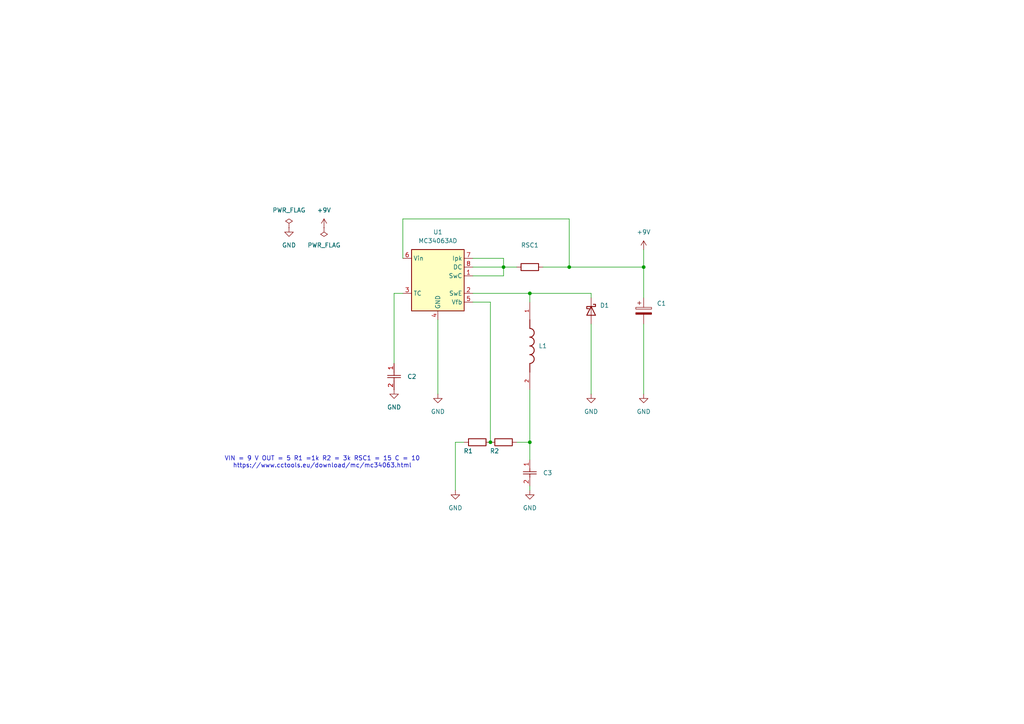
<source format=kicad_sch>
(kicad_sch
	(version 20231120)
	(generator "eeschema")
	(generator_version "8.0")
	(uuid "7a80a1f9-c246-4b00-b84b-9c4e81916e73")
	(paper "A4")
	(lib_symbols
		(symbol "2024-10-05_19-01-14:865080340001"
			(pin_names
				(offset 0.254)
			)
			(exclude_from_sim no)
			(in_bom yes)
			(on_board yes)
			(property "Reference" "C3"
				(at 3.8099 3.81 90)
				(effects
					(font
						(size 1.27 1.27)
					)
					(justify left)
				)
			)
			(property "Value" "10"
				(at 3.81 -0.3809 0)
				(effects
					(font
						(size 1.27 1.27)
					)
					(justify left)
					(hide yes)
				)
			)
			(property "Footprint" "CAP_WCAP-ASLI_04p0X05p5_WRE"
				(at 0 0 0)
				(effects
					(font
						(size 1.27 1.27)
						(italic yes)
					)
					(hide yes)
				)
			)
			(property "Datasheet" "865080340001"
				(at 0 0 0)
				(effects
					(font
						(size 1.27 1.27)
						(italic yes)
					)
					(hide yes)
				)
			)
			(property "Description" "Polarized capacitor"
				(at 0 0 0)
				(effects
					(font
						(size 1.27 1.27)
					)
					(hide yes)
				)
			)
			(property "ki_locked" ""
				(at 0 0 0)
				(effects
					(font
						(size 1.27 1.27)
					)
				)
			)
			(property "ki_keywords" "865080340001"
				(at 0 0 0)
				(effects
					(font
						(size 1.27 1.27)
					)
					(hide yes)
				)
			)
			(property "ki_fp_filters" "CAP_WCAP-ASLI_04p0X05p5_WRE CAP_WCAP-ASLI_04p0X05p5_WRE-M CAP_WCAP-ASLI_04p0X05p5_WRE-L"
				(at 0 0 0)
				(effects
					(font
						(size 1.27 1.27)
					)
					(hide yes)
				)
			)
			(symbol "865080340001_1_1"
				(polyline
					(pts
						(xy 2.54 0) (xy 3.4798 0)
					)
					(stroke
						(width 0.2032)
						(type default)
					)
					(fill
						(type none)
					)
				)
				(polyline
					(pts
						(xy 3.4798 -1.905) (xy 3.4798 1.905)
					)
					(stroke
						(width 0.2032)
						(type default)
					)
					(fill
						(type none)
					)
				)
				(polyline
					(pts
						(xy 4.1148 -1.905) (xy 4.1148 1.905)
					)
					(stroke
						(width 0.2032)
						(type default)
					)
					(fill
						(type none)
					)
				)
				(polyline
					(pts
						(xy 4.1148 0) (xy 5.08 0)
					)
					(stroke
						(width 0.2032)
						(type default)
					)
					(fill
						(type none)
					)
				)
				(pin passive line
					(at 0 0 0)
					(length 2.54)
					(name ""
						(effects
							(font
								(size 1.27 1.27)
							)
						)
					)
					(number "1"
						(effects
							(font
								(size 1.27 1.27)
							)
						)
					)
				)
				(pin passive line
					(at 7.62 0 180)
					(length 2.54)
					(name ""
						(effects
							(font
								(size 1.27 1.27)
							)
						)
					)
					(number "2"
						(effects
							(font
								(size 1.27 1.27)
							)
						)
					)
				)
			)
			(symbol "865080340001_1_2"
				(polyline
					(pts
						(xy -1.905 -4.1148) (xy 1.905 -4.1148)
					)
					(stroke
						(width 0.2032)
						(type default)
					)
					(fill
						(type none)
					)
				)
				(polyline
					(pts
						(xy -1.905 -3.4798) (xy 1.905 -3.4798)
					)
					(stroke
						(width 0.2032)
						(type default)
					)
					(fill
						(type none)
					)
				)
				(polyline
					(pts
						(xy 0 -4.1148) (xy 0 -5.08)
					)
					(stroke
						(width 0.2032)
						(type default)
					)
					(fill
						(type none)
					)
				)
				(polyline
					(pts
						(xy 0 -2.54) (xy 0 -3.4798)
					)
					(stroke
						(width 0.2032)
						(type default)
					)
					(fill
						(type none)
					)
				)
				(pin unspecified line
					(at 0 0 270)
					(length 2.54)
					(name ""
						(effects
							(font
								(size 1.27 1.27)
							)
						)
					)
					(number "1"
						(effects
							(font
								(size 1.27 1.27)
							)
						)
					)
				)
				(pin unspecified line
					(at 0 -7.62 90)
					(length 2.54)
					(name ""
						(effects
							(font
								(size 1.27 1.27)
							)
						)
					)
					(number "2"
						(effects
							(font
								(size 1.27 1.27)
							)
						)
					)
				)
			)
		)
		(symbol "865080340001_1"
			(pin_names
				(offset 0.254)
			)
			(exclude_from_sim no)
			(in_bom yes)
			(on_board yes)
			(property "Reference" "C2"
				(at 3.8099 3.81 90)
				(effects
					(font
						(size 1.27 1.27)
					)
					(justify left)
				)
			)
			(property "Value" "10"
				(at 3.81 -0.3809 0)
				(effects
					(font
						(size 1.27 1.27)
					)
					(justify left)
					(hide yes)
				)
			)
			(property "Footprint" "CAP_WCAP-ASLI_04p0X05p5_WRE"
				(at 0 0 0)
				(effects
					(font
						(size 1.27 1.27)
						(italic yes)
					)
					(hide yes)
				)
			)
			(property "Datasheet" "865080340001"
				(at 0 0 0)
				(effects
					(font
						(size 1.27 1.27)
						(italic yes)
					)
					(hide yes)
				)
			)
			(property "Description" "Polarized capacitor"
				(at 0 0 0)
				(effects
					(font
						(size 1.27 1.27)
					)
					(hide yes)
				)
			)
			(property "ki_locked" ""
				(at 0 0 0)
				(effects
					(font
						(size 1.27 1.27)
					)
				)
			)
			(property "ki_keywords" "865080340001"
				(at 0 0 0)
				(effects
					(font
						(size 1.27 1.27)
					)
					(hide yes)
				)
			)
			(property "ki_fp_filters" "CAP_WCAP-ASLI_04p0X05p5_WRE CAP_WCAP-ASLI_04p0X05p5_WRE-M CAP_WCAP-ASLI_04p0X05p5_WRE-L"
				(at 0 0 0)
				(effects
					(font
						(size 1.27 1.27)
					)
					(hide yes)
				)
			)
			(symbol "865080340001_1_1_1"
				(polyline
					(pts
						(xy 2.54 0) (xy 3.4798 0)
					)
					(stroke
						(width 0.2032)
						(type default)
					)
					(fill
						(type none)
					)
				)
				(polyline
					(pts
						(xy 3.4798 -1.905) (xy 3.4798 1.905)
					)
					(stroke
						(width 0.2032)
						(type default)
					)
					(fill
						(type none)
					)
				)
				(polyline
					(pts
						(xy 4.1148 -1.905) (xy 4.1148 1.905)
					)
					(stroke
						(width 0.2032)
						(type default)
					)
					(fill
						(type none)
					)
				)
				(polyline
					(pts
						(xy 4.1148 0) (xy 5.08 0)
					)
					(stroke
						(width 0.2032)
						(type default)
					)
					(fill
						(type none)
					)
				)
				(pin passive line
					(at 0 0 0)
					(length 2.54)
					(name ""
						(effects
							(font
								(size 1.27 1.27)
							)
						)
					)
					(number "1"
						(effects
							(font
								(size 1.27 1.27)
							)
						)
					)
				)
				(pin passive line
					(at 7.62 0 180)
					(length 2.54)
					(name ""
						(effects
							(font
								(size 1.27 1.27)
							)
						)
					)
					(number "2"
						(effects
							(font
								(size 1.27 1.27)
							)
						)
					)
				)
			)
			(symbol "865080340001_1_1_2"
				(polyline
					(pts
						(xy -1.905 -4.1148) (xy 1.905 -4.1148)
					)
					(stroke
						(width 0.2032)
						(type default)
					)
					(fill
						(type none)
					)
				)
				(polyline
					(pts
						(xy -1.905 -3.4798) (xy 1.905 -3.4798)
					)
					(stroke
						(width 0.2032)
						(type default)
					)
					(fill
						(type none)
					)
				)
				(polyline
					(pts
						(xy 0 -4.1148) (xy 0 -5.08)
					)
					(stroke
						(width 0.2032)
						(type default)
					)
					(fill
						(type none)
					)
				)
				(polyline
					(pts
						(xy 0 -2.54) (xy 0 -3.4798)
					)
					(stroke
						(width 0.2032)
						(type default)
					)
					(fill
						(type none)
					)
				)
				(pin unspecified line
					(at 0 0 270)
					(length 2.54)
					(name ""
						(effects
							(font
								(size 1.27 1.27)
							)
						)
					)
					(number "1"
						(effects
							(font
								(size 1.27 1.27)
							)
						)
					)
				)
				(pin unspecified line
					(at 0 -7.62 90)
					(length 2.54)
					(name ""
						(effects
							(font
								(size 1.27 1.27)
							)
						)
					)
					(number "2"
						(effects
							(font
								(size 1.27 1.27)
							)
						)
					)
				)
			)
		)
		(symbol "Device:C_Polarized"
			(pin_numbers hide)
			(pin_names
				(offset 0.254)
			)
			(exclude_from_sim no)
			(in_bom yes)
			(on_board yes)
			(property "Reference" "C"
				(at 0.635 2.54 0)
				(effects
					(font
						(size 1.27 1.27)
					)
					(justify left)
				)
			)
			(property "Value" "C_Polarized"
				(at 0.635 -2.54 0)
				(effects
					(font
						(size 1.27 1.27)
					)
					(justify left)
				)
			)
			(property "Footprint" ""
				(at 0.9652 -3.81 0)
				(effects
					(font
						(size 1.27 1.27)
					)
					(hide yes)
				)
			)
			(property "Datasheet" "~"
				(at 0 0 0)
				(effects
					(font
						(size 1.27 1.27)
					)
					(hide yes)
				)
			)
			(property "Description" "Polarized capacitor"
				(at 0 0 0)
				(effects
					(font
						(size 1.27 1.27)
					)
					(hide yes)
				)
			)
			(property "ki_keywords" "cap capacitor"
				(at 0 0 0)
				(effects
					(font
						(size 1.27 1.27)
					)
					(hide yes)
				)
			)
			(property "ki_fp_filters" "CP_*"
				(at 0 0 0)
				(effects
					(font
						(size 1.27 1.27)
					)
					(hide yes)
				)
			)
			(symbol "C_Polarized_0_1"
				(rectangle
					(start -2.286 0.508)
					(end 2.286 1.016)
					(stroke
						(width 0)
						(type default)
					)
					(fill
						(type none)
					)
				)
				(polyline
					(pts
						(xy -1.778 2.286) (xy -0.762 2.286)
					)
					(stroke
						(width 0)
						(type default)
					)
					(fill
						(type none)
					)
				)
				(polyline
					(pts
						(xy -1.27 2.794) (xy -1.27 1.778)
					)
					(stroke
						(width 0)
						(type default)
					)
					(fill
						(type none)
					)
				)
				(rectangle
					(start 2.286 -0.508)
					(end -2.286 -1.016)
					(stroke
						(width 0)
						(type default)
					)
					(fill
						(type outline)
					)
				)
			)
			(symbol "C_Polarized_1_1"
				(pin passive line
					(at 0 3.81 270)
					(length 2.794)
					(name "~"
						(effects
							(font
								(size 1.27 1.27)
							)
						)
					)
					(number "1"
						(effects
							(font
								(size 1.27 1.27)
							)
						)
					)
				)
				(pin passive line
					(at 0 -3.81 90)
					(length 2.794)
					(name "~"
						(effects
							(font
								(size 1.27 1.27)
							)
						)
					)
					(number "2"
						(effects
							(font
								(size 1.27 1.27)
							)
						)
					)
				)
			)
		)
		(symbol "Device:R"
			(pin_numbers hide)
			(pin_names
				(offset 0)
			)
			(exclude_from_sim no)
			(in_bom yes)
			(on_board yes)
			(property "Reference" "R"
				(at 2.032 0 90)
				(effects
					(font
						(size 1.27 1.27)
					)
				)
			)
			(property "Value" "R"
				(at 0 0 90)
				(effects
					(font
						(size 1.27 1.27)
					)
				)
			)
			(property "Footprint" ""
				(at -1.778 0 90)
				(effects
					(font
						(size 1.27 1.27)
					)
					(hide yes)
				)
			)
			(property "Datasheet" "~"
				(at 0 0 0)
				(effects
					(font
						(size 1.27 1.27)
					)
					(hide yes)
				)
			)
			(property "Description" "Resistor"
				(at 0 0 0)
				(effects
					(font
						(size 1.27 1.27)
					)
					(hide yes)
				)
			)
			(property "ki_keywords" "R res resistor"
				(at 0 0 0)
				(effects
					(font
						(size 1.27 1.27)
					)
					(hide yes)
				)
			)
			(property "ki_fp_filters" "R_*"
				(at 0 0 0)
				(effects
					(font
						(size 1.27 1.27)
					)
					(hide yes)
				)
			)
			(symbol "R_0_1"
				(rectangle
					(start -1.016 -2.54)
					(end 1.016 2.54)
					(stroke
						(width 0.254)
						(type default)
					)
					(fill
						(type none)
					)
				)
			)
			(symbol "R_1_1"
				(pin passive line
					(at 0 3.81 270)
					(length 1.27)
					(name "~"
						(effects
							(font
								(size 1.27 1.27)
							)
						)
					)
					(number "1"
						(effects
							(font
								(size 1.27 1.27)
							)
						)
					)
				)
				(pin passive line
					(at 0 -3.81 90)
					(length 1.27)
					(name "~"
						(effects
							(font
								(size 1.27 1.27)
							)
						)
					)
					(number "2"
						(effects
							(font
								(size 1.27 1.27)
							)
						)
					)
				)
			)
		)
		(symbol "Diode:1N5818"
			(pin_numbers hide)
			(pin_names
				(offset 1.016) hide)
			(exclude_from_sim no)
			(in_bom yes)
			(on_board yes)
			(property "Reference" "D"
				(at 0 2.54 0)
				(effects
					(font
						(size 1.27 1.27)
					)
				)
			)
			(property "Value" "1N5818"
				(at 0 -2.54 0)
				(effects
					(font
						(size 1.27 1.27)
					)
				)
			)
			(property "Footprint" "Diode_THT:D_DO-41_SOD81_P10.16mm_Horizontal"
				(at 0 -4.445 0)
				(effects
					(font
						(size 1.27 1.27)
					)
					(hide yes)
				)
			)
			(property "Datasheet" "http://www.vishay.com/docs/88525/1n5817.pdf"
				(at 0 0 0)
				(effects
					(font
						(size 1.27 1.27)
					)
					(hide yes)
				)
			)
			(property "Description" "30V 1A Schottky Barrier Rectifier Diode, DO-41"
				(at 0 0 0)
				(effects
					(font
						(size 1.27 1.27)
					)
					(hide yes)
				)
			)
			(property "ki_keywords" "diode Schottky"
				(at 0 0 0)
				(effects
					(font
						(size 1.27 1.27)
					)
					(hide yes)
				)
			)
			(property "ki_fp_filters" "D*DO?41*"
				(at 0 0 0)
				(effects
					(font
						(size 1.27 1.27)
					)
					(hide yes)
				)
			)
			(symbol "1N5818_0_1"
				(polyline
					(pts
						(xy 1.27 0) (xy -1.27 0)
					)
					(stroke
						(width 0)
						(type default)
					)
					(fill
						(type none)
					)
				)
				(polyline
					(pts
						(xy 1.27 1.27) (xy 1.27 -1.27) (xy -1.27 0) (xy 1.27 1.27)
					)
					(stroke
						(width 0.254)
						(type default)
					)
					(fill
						(type none)
					)
				)
				(polyline
					(pts
						(xy -1.905 0.635) (xy -1.905 1.27) (xy -1.27 1.27) (xy -1.27 -1.27) (xy -0.635 -1.27) (xy -0.635 -0.635)
					)
					(stroke
						(width 0.254)
						(type default)
					)
					(fill
						(type none)
					)
				)
			)
			(symbol "1N5818_1_1"
				(pin passive line
					(at -3.81 0 0)
					(length 2.54)
					(name "K"
						(effects
							(font
								(size 1.27 1.27)
							)
						)
					)
					(number "1"
						(effects
							(font
								(size 1.27 1.27)
							)
						)
					)
				)
				(pin passive line
					(at 3.81 0 180)
					(length 2.54)
					(name "A"
						(effects
							(font
								(size 1.27 1.27)
							)
						)
					)
					(number "2"
						(effects
							(font
								(size 1.27 1.27)
							)
						)
					)
				)
			)
		)
		(symbol "ETQP5M101YGC:ETQP5M101YGC"
			(pin_names
				(offset 1.016)
			)
			(exclude_from_sim no)
			(in_bom yes)
			(on_board yes)
			(property "Reference" "L"
				(at -10.16 5.08 0)
				(effects
					(font
						(size 1.27 1.27)
					)
					(justify left bottom)
				)
			)
			(property "Value" "ETQP5M101YGC"
				(at -10.16 -5.08 0)
				(effects
					(font
						(size 1.27 1.27)
					)
					(justify left top)
				)
			)
			(property "Footprint" "ETQP5M101YGC:IND_ETQP5M101YGC"
				(at 0 0 0)
				(effects
					(font
						(size 1.27 1.27)
					)
					(justify bottom)
					(hide yes)
				)
			)
			(property "Datasheet" ""
				(at 0 0 0)
				(effects
					(font
						(size 1.27 1.27)
					)
					(hide yes)
				)
			)
			(property "Description" ""
				(at 0 0 0)
				(effects
					(font
						(size 1.27 1.27)
					)
					(hide yes)
				)
			)
			(property "MF" "Panasonic Electronic"
				(at 0 0 0)
				(effects
					(font
						(size 1.27 1.27)
					)
					(justify bottom)
					(hide yes)
				)
			)
			(property "MAXIMUM_PACKAGE_HEIGHT" "5.0 mm"
				(at 0 0 0)
				(effects
					(font
						(size 1.27 1.27)
					)
					(justify bottom)
					(hide yes)
				)
			)
			(property "Package" "SMD-2 Panasonic"
				(at 0 0 0)
				(effects
					(font
						(size 1.27 1.27)
					)
					(justify bottom)
					(hide yes)
				)
			)
			(property "Price" "None"
				(at 0 0 0)
				(effects
					(font
						(size 1.27 1.27)
					)
					(justify bottom)
					(hide yes)
				)
			)
			(property "Check_prices" "https://www.snapeda.com/parts/ETQP5M101YGC/Panasonic+Electronic+Components/view-part/?ref=eda"
				(at 0 0 0)
				(effects
					(font
						(size 1.27 1.27)
					)
					(justify bottom)
					(hide yes)
				)
			)
			(property "STANDARD" "Manufacturer Recommendations"
				(at 0 0 0)
				(effects
					(font
						(size 1.27 1.27)
					)
					(justify bottom)
					(hide yes)
				)
			)
			(property "PARTREV" "1-Feb-20"
				(at 0 0 0)
				(effects
					(font
						(size 1.27 1.27)
					)
					(justify bottom)
					(hide yes)
				)
			)
			(property "SnapEDA_Link" "https://www.snapeda.com/parts/ETQP5M101YGC/Panasonic+Electronic+Components/view-part/?ref=snap"
				(at 0 0 0)
				(effects
					(font
						(size 1.27 1.27)
					)
					(justify bottom)
					(hide yes)
				)
			)
			(property "MP" "ETQP5M101YGC"
				(at 0 0 0)
				(effects
					(font
						(size 1.27 1.27)
					)
					(justify bottom)
					(hide yes)
				)
			)
			(property "Purchase-URL" "https://www.snapeda.com/api/url_track_click_mouser/?unipart_id=562655&manufacturer=Panasonic Electronic&part_name=ETQP5M101YGC&search_term=sprh127-101m"
				(at 0 0 0)
				(effects
					(font
						(size 1.27 1.27)
					)
					(justify bottom)
					(hide yes)
				)
			)
			(property "Description_1" "\n97 µH Shielded Drum Core, Wirewound Inductor 2.7 A 229mOhm Max 2-SMD, J-Lead\n"
				(at 0 0 0)
				(effects
					(font
						(size 1.27 1.27)
					)
					(justify bottom)
					(hide yes)
				)
			)
			(property "Availability" "In Stock"
				(at 0 0 0)
				(effects
					(font
						(size 1.27 1.27)
					)
					(justify bottom)
					(hide yes)
				)
			)
			(property "MANUFACTURER" "Panasonic"
				(at 0 0 0)
				(effects
					(font
						(size 1.27 1.27)
					)
					(justify bottom)
					(hide yes)
				)
			)
			(symbol "ETQP5M101YGC_0_0"
				(arc
					(start -2.54 0)
					(mid -3.81 1.2645)
					(end -5.08 0)
					(stroke
						(width 0.254)
						(type default)
					)
					(fill
						(type none)
					)
				)
				(arc
					(start 0 0)
					(mid -1.27 1.2645)
					(end -2.54 0)
					(stroke
						(width 0.254)
						(type default)
					)
					(fill
						(type none)
					)
				)
				(polyline
					(pts
						(xy -5.08 0) (xy -7.62 0)
					)
					(stroke
						(width 0.254)
						(type default)
					)
					(fill
						(type none)
					)
				)
				(polyline
					(pts
						(xy 5.08 0) (xy 7.62 0)
					)
					(stroke
						(width 0.254)
						(type default)
					)
					(fill
						(type none)
					)
				)
				(arc
					(start 2.54 0)
					(mid 1.27 1.2645)
					(end 0 0)
					(stroke
						(width 0.254)
						(type default)
					)
					(fill
						(type none)
					)
				)
				(arc
					(start 5.08 0)
					(mid 3.81 1.2645)
					(end 2.54 0)
					(stroke
						(width 0.254)
						(type default)
					)
					(fill
						(type none)
					)
				)
				(pin passive line
					(at -12.7 0 0)
					(length 5.08)
					(name "~"
						(effects
							(font
								(size 1.016 1.016)
							)
						)
					)
					(number "1"
						(effects
							(font
								(size 1.016 1.016)
							)
						)
					)
				)
				(pin passive line
					(at 12.7 0 180)
					(length 5.08)
					(name "~"
						(effects
							(font
								(size 1.016 1.016)
							)
						)
					)
					(number "2"
						(effects
							(font
								(size 1.016 1.016)
							)
						)
					)
				)
			)
		)
		(symbol "Regulator_Switching:MC34063AD"
			(exclude_from_sim no)
			(in_bom yes)
			(on_board yes)
			(property "Reference" "U"
				(at -7.62 8.89 0)
				(effects
					(font
						(size 1.27 1.27)
					)
					(justify left)
				)
			)
			(property "Value" "MC34063AD"
				(at 0 8.89 0)
				(effects
					(font
						(size 1.27 1.27)
					)
					(justify left)
				)
			)
			(property "Footprint" "Package_SO:SOIC-8_3.9x4.9mm_P1.27mm"
				(at 1.27 -11.43 0)
				(effects
					(font
						(size 1.27 1.27)
					)
					(justify left)
					(hide yes)
				)
			)
			(property "Datasheet" "http://www.onsemi.com/pub_link/Collateral/MC34063A-D.PDF"
				(at 12.7 -2.54 0)
				(effects
					(font
						(size 1.27 1.27)
					)
					(hide yes)
				)
			)
			(property "Description" "1.5A, step-up/down/inverting switching regulator, 3-40V Vin, 100kHz, SO-8"
				(at 0 0 0)
				(effects
					(font
						(size 1.27 1.27)
					)
					(hide yes)
				)
			)
			(property "ki_keywords" "smps buck boost inverting"
				(at 0 0 0)
				(effects
					(font
						(size 1.27 1.27)
					)
					(hide yes)
				)
			)
			(property "ki_fp_filters" "SOIC*3.9x4.9mm*P1.27mm*"
				(at 0 0 0)
				(effects
					(font
						(size 1.27 1.27)
					)
					(hide yes)
				)
			)
			(symbol "MC34063AD_0_1"
				(rectangle
					(start -7.62 7.62)
					(end 7.62 -10.16)
					(stroke
						(width 0.254)
						(type default)
					)
					(fill
						(type background)
					)
				)
			)
			(symbol "MC34063AD_1_1"
				(pin open_collector line
					(at 10.16 0 180)
					(length 2.54)
					(name "SwC"
						(effects
							(font
								(size 1.27 1.27)
							)
						)
					)
					(number "1"
						(effects
							(font
								(size 1.27 1.27)
							)
						)
					)
				)
				(pin open_emitter line
					(at 10.16 -5.08 180)
					(length 2.54)
					(name "SwE"
						(effects
							(font
								(size 1.27 1.27)
							)
						)
					)
					(number "2"
						(effects
							(font
								(size 1.27 1.27)
							)
						)
					)
				)
				(pin passive line
					(at -10.16 -5.08 0)
					(length 2.54)
					(name "TC"
						(effects
							(font
								(size 1.27 1.27)
							)
						)
					)
					(number "3"
						(effects
							(font
								(size 1.27 1.27)
							)
						)
					)
				)
				(pin power_in line
					(at 0 -12.7 90)
					(length 2.54)
					(name "GND"
						(effects
							(font
								(size 1.27 1.27)
							)
						)
					)
					(number "4"
						(effects
							(font
								(size 1.27 1.27)
							)
						)
					)
				)
				(pin input line
					(at 10.16 -7.62 180)
					(length 2.54)
					(name "Vfb"
						(effects
							(font
								(size 1.27 1.27)
							)
						)
					)
					(number "5"
						(effects
							(font
								(size 1.27 1.27)
							)
						)
					)
				)
				(pin power_in line
					(at -10.16 5.08 0)
					(length 2.54)
					(name "Vin"
						(effects
							(font
								(size 1.27 1.27)
							)
						)
					)
					(number "6"
						(effects
							(font
								(size 1.27 1.27)
							)
						)
					)
				)
				(pin input line
					(at 10.16 5.08 180)
					(length 2.54)
					(name "Ipk"
						(effects
							(font
								(size 1.27 1.27)
							)
						)
					)
					(number "7"
						(effects
							(font
								(size 1.27 1.27)
							)
						)
					)
				)
				(pin open_collector line
					(at 10.16 2.54 180)
					(length 2.54)
					(name "DC"
						(effects
							(font
								(size 1.27 1.27)
							)
						)
					)
					(number "8"
						(effects
							(font
								(size 1.27 1.27)
							)
						)
					)
				)
			)
		)
		(symbol "power:+9V"
			(power)
			(pin_numbers hide)
			(pin_names
				(offset 0) hide)
			(exclude_from_sim no)
			(in_bom yes)
			(on_board yes)
			(property "Reference" "#PWR"
				(at 0 -3.81 0)
				(effects
					(font
						(size 1.27 1.27)
					)
					(hide yes)
				)
			)
			(property "Value" "+9V"
				(at 0 3.556 0)
				(effects
					(font
						(size 1.27 1.27)
					)
				)
			)
			(property "Footprint" ""
				(at 0 0 0)
				(effects
					(font
						(size 1.27 1.27)
					)
					(hide yes)
				)
			)
			(property "Datasheet" ""
				(at 0 0 0)
				(effects
					(font
						(size 1.27 1.27)
					)
					(hide yes)
				)
			)
			(property "Description" "Power symbol creates a global label with name \"+9V\""
				(at 0 0 0)
				(effects
					(font
						(size 1.27 1.27)
					)
					(hide yes)
				)
			)
			(property "ki_keywords" "global power"
				(at 0 0 0)
				(effects
					(font
						(size 1.27 1.27)
					)
					(hide yes)
				)
			)
			(symbol "+9V_0_1"
				(polyline
					(pts
						(xy -0.762 1.27) (xy 0 2.54)
					)
					(stroke
						(width 0)
						(type default)
					)
					(fill
						(type none)
					)
				)
				(polyline
					(pts
						(xy 0 0) (xy 0 2.54)
					)
					(stroke
						(width 0)
						(type default)
					)
					(fill
						(type none)
					)
				)
				(polyline
					(pts
						(xy 0 2.54) (xy 0.762 1.27)
					)
					(stroke
						(width 0)
						(type default)
					)
					(fill
						(type none)
					)
				)
			)
			(symbol "+9V_1_1"
				(pin power_in line
					(at 0 0 90)
					(length 0)
					(name "~"
						(effects
							(font
								(size 1.27 1.27)
							)
						)
					)
					(number "1"
						(effects
							(font
								(size 1.27 1.27)
							)
						)
					)
				)
			)
		)
		(symbol "power:GND"
			(power)
			(pin_numbers hide)
			(pin_names
				(offset 0) hide)
			(exclude_from_sim no)
			(in_bom yes)
			(on_board yes)
			(property "Reference" "#PWR"
				(at 0 -6.35 0)
				(effects
					(font
						(size 1.27 1.27)
					)
					(hide yes)
				)
			)
			(property "Value" "GND"
				(at 0 -3.81 0)
				(effects
					(font
						(size 1.27 1.27)
					)
				)
			)
			(property "Footprint" ""
				(at 0 0 0)
				(effects
					(font
						(size 1.27 1.27)
					)
					(hide yes)
				)
			)
			(property "Datasheet" ""
				(at 0 0 0)
				(effects
					(font
						(size 1.27 1.27)
					)
					(hide yes)
				)
			)
			(property "Description" "Power symbol creates a global label with name \"GND\" , ground"
				(at 0 0 0)
				(effects
					(font
						(size 1.27 1.27)
					)
					(hide yes)
				)
			)
			(property "ki_keywords" "global power"
				(at 0 0 0)
				(effects
					(font
						(size 1.27 1.27)
					)
					(hide yes)
				)
			)
			(symbol "GND_0_1"
				(polyline
					(pts
						(xy 0 0) (xy 0 -1.27) (xy 1.27 -1.27) (xy 0 -2.54) (xy -1.27 -1.27) (xy 0 -1.27)
					)
					(stroke
						(width 0)
						(type default)
					)
					(fill
						(type none)
					)
				)
			)
			(symbol "GND_1_1"
				(pin power_in line
					(at 0 0 270)
					(length 0)
					(name "~"
						(effects
							(font
								(size 1.27 1.27)
							)
						)
					)
					(number "1"
						(effects
							(font
								(size 1.27 1.27)
							)
						)
					)
				)
			)
		)
		(symbol "power:PWR_FLAG"
			(power)
			(pin_numbers hide)
			(pin_names
				(offset 0) hide)
			(exclude_from_sim no)
			(in_bom yes)
			(on_board yes)
			(property "Reference" "#FLG"
				(at 0 1.905 0)
				(effects
					(font
						(size 1.27 1.27)
					)
					(hide yes)
				)
			)
			(property "Value" "PWR_FLAG"
				(at 0 3.81 0)
				(effects
					(font
						(size 1.27 1.27)
					)
				)
			)
			(property "Footprint" ""
				(at 0 0 0)
				(effects
					(font
						(size 1.27 1.27)
					)
					(hide yes)
				)
			)
			(property "Datasheet" "~"
				(at 0 0 0)
				(effects
					(font
						(size 1.27 1.27)
					)
					(hide yes)
				)
			)
			(property "Description" "Special symbol for telling ERC where power comes from"
				(at 0 0 0)
				(effects
					(font
						(size 1.27 1.27)
					)
					(hide yes)
				)
			)
			(property "ki_keywords" "flag power"
				(at 0 0 0)
				(effects
					(font
						(size 1.27 1.27)
					)
					(hide yes)
				)
			)
			(symbol "PWR_FLAG_0_0"
				(pin power_out line
					(at 0 0 90)
					(length 0)
					(name "~"
						(effects
							(font
								(size 1.27 1.27)
							)
						)
					)
					(number "1"
						(effects
							(font
								(size 1.27 1.27)
							)
						)
					)
				)
			)
			(symbol "PWR_FLAG_0_1"
				(polyline
					(pts
						(xy 0 0) (xy 0 1.27) (xy -1.016 1.905) (xy 0 2.54) (xy 1.016 1.905) (xy 0 1.27)
					)
					(stroke
						(width 0)
						(type default)
					)
					(fill
						(type none)
					)
				)
			)
		)
	)
	(junction
		(at 142.24 128.27)
		(diameter 0)
		(color 0 0 0 0)
		(uuid "2c7cd6cd-b75c-419b-bb7a-9991f23ea3c9")
	)
	(junction
		(at 186.69 77.47)
		(diameter 0)
		(color 0 0 0 0)
		(uuid "68a9887b-6688-4a9d-b4c0-6912e0dcc2ba")
	)
	(junction
		(at 153.67 85.09)
		(diameter 0)
		(color 0 0 0 0)
		(uuid "adb6839f-8746-4d50-bdab-71433bf8619c")
	)
	(junction
		(at 153.67 128.27)
		(diameter 0)
		(color 0 0 0 0)
		(uuid "c13fbace-9137-4faf-a820-9990918211c8")
	)
	(junction
		(at 146.05 77.47)
		(diameter 0)
		(color 0 0 0 0)
		(uuid "c4e52682-d35e-488f-9302-6b0561935a19")
	)
	(junction
		(at 165.1 77.47)
		(diameter 0)
		(color 0 0 0 0)
		(uuid "f14671d4-bfb5-44ac-86b6-31a7c84c4a9d")
	)
	(wire
		(pts
			(xy 116.84 63.5) (xy 165.1 63.5)
		)
		(stroke
			(width 0)
			(type default)
		)
		(uuid "0f08bf43-5fe3-4cd1-86d0-bd7f00a48e50")
	)
	(wire
		(pts
			(xy 127 92.71) (xy 127 114.3)
		)
		(stroke
			(width 0)
			(type default)
		)
		(uuid "15c65e84-8001-4b79-a669-8c7e9da2092a")
	)
	(wire
		(pts
			(xy 171.45 85.09) (xy 171.45 86.36)
		)
		(stroke
			(width 0)
			(type default)
		)
		(uuid "1d597569-17c8-41d1-bc8d-c4e457abfd86")
	)
	(wire
		(pts
			(xy 149.86 128.27) (xy 153.67 128.27)
		)
		(stroke
			(width 0)
			(type default)
		)
		(uuid "28d1e3b2-8ee1-4045-a3b6-4df1db0c1e97")
	)
	(wire
		(pts
			(xy 165.1 63.5) (xy 165.1 77.47)
		)
		(stroke
			(width 0)
			(type default)
		)
		(uuid "31d639bf-2e9e-4745-a1b3-9bb309c8b09b")
	)
	(wire
		(pts
			(xy 146.05 74.93) (xy 146.05 77.47)
		)
		(stroke
			(width 0)
			(type default)
		)
		(uuid "3ddfd219-ca05-4a58-95a6-e37d3e5fcf87")
	)
	(wire
		(pts
			(xy 142.24 87.63) (xy 142.24 128.27)
		)
		(stroke
			(width 0)
			(type default)
		)
		(uuid "3e2cb925-30b9-4807-8f1d-f678e62023ca")
	)
	(wire
		(pts
			(xy 142.24 87.63) (xy 137.16 87.63)
		)
		(stroke
			(width 0)
			(type default)
		)
		(uuid "3fcb974b-0140-41a3-b693-203966017a75")
	)
	(wire
		(pts
			(xy 114.3 105.41) (xy 114.3 85.09)
		)
		(stroke
			(width 0)
			(type default)
		)
		(uuid "40da9474-39a3-43d8-9e47-646e05ec18e0")
	)
	(wire
		(pts
			(xy 146.05 77.47) (xy 146.05 80.01)
		)
		(stroke
			(width 0)
			(type default)
		)
		(uuid "441b6e25-38c3-464d-a4b9-c80002837e6b")
	)
	(wire
		(pts
			(xy 114.3 85.09) (xy 116.84 85.09)
		)
		(stroke
			(width 0)
			(type default)
		)
		(uuid "4beb6c2a-7c9b-4ad3-804e-f28da375456b")
	)
	(wire
		(pts
			(xy 153.67 113.03) (xy 153.67 128.27)
		)
		(stroke
			(width 0)
			(type default)
		)
		(uuid "587527e8-9128-4620-9eb9-543ac1086db1")
	)
	(wire
		(pts
			(xy 132.08 142.24) (xy 132.08 128.27)
		)
		(stroke
			(width 0)
			(type default)
		)
		(uuid "59e457a9-7080-4672-a954-624c4541fc39")
	)
	(wire
		(pts
			(xy 116.84 74.93) (xy 116.84 63.5)
		)
		(stroke
			(width 0)
			(type default)
		)
		(uuid "5b09ab0d-a246-4120-8b6b-3b55423f86c6")
	)
	(wire
		(pts
			(xy 137.16 85.09) (xy 153.67 85.09)
		)
		(stroke
			(width 0)
			(type default)
		)
		(uuid "690d5855-aa28-48bd-9d1c-6d41e7186488")
	)
	(wire
		(pts
			(xy 186.69 77.47) (xy 186.69 86.36)
		)
		(stroke
			(width 0)
			(type default)
		)
		(uuid "69845894-9113-4346-b008-9796c5c9d63d")
	)
	(wire
		(pts
			(xy 146.05 77.47) (xy 149.86 77.47)
		)
		(stroke
			(width 0)
			(type default)
		)
		(uuid "767bab4e-8820-43fc-9715-e13101d26704")
	)
	(wire
		(pts
			(xy 165.1 77.47) (xy 186.69 77.47)
		)
		(stroke
			(width 0)
			(type default)
		)
		(uuid "776ed002-d09e-4daf-a40b-87d4f12effa2")
	)
	(wire
		(pts
			(xy 186.69 72.39) (xy 186.69 77.47)
		)
		(stroke
			(width 0)
			(type default)
		)
		(uuid "a01afa4d-f7f8-4d92-9063-9d75287308f8")
	)
	(wire
		(pts
			(xy 153.67 128.27) (xy 153.67 133.35)
		)
		(stroke
			(width 0)
			(type default)
		)
		(uuid "afea131e-15b3-495d-983f-bcbf4052bc97")
	)
	(wire
		(pts
			(xy 153.67 85.09) (xy 153.67 87.63)
		)
		(stroke
			(width 0)
			(type default)
		)
		(uuid "c1cf9e6e-e352-4e95-a053-f917a7092209")
	)
	(wire
		(pts
			(xy 153.67 85.09) (xy 171.45 85.09)
		)
		(stroke
			(width 0)
			(type default)
		)
		(uuid "d358f034-633f-421d-9a64-6097029e08c5")
	)
	(wire
		(pts
			(xy 171.45 114.3) (xy 171.45 93.98)
		)
		(stroke
			(width 0)
			(type default)
		)
		(uuid "d49c4ea3-d9c5-4433-b9a8-c385805dbc3f")
	)
	(wire
		(pts
			(xy 137.16 77.47) (xy 146.05 77.47)
		)
		(stroke
			(width 0)
			(type default)
		)
		(uuid "d7237b6f-6ba9-44d5-9571-62d7bd5caca7")
	)
	(wire
		(pts
			(xy 137.16 74.93) (xy 146.05 74.93)
		)
		(stroke
			(width 0)
			(type default)
		)
		(uuid "e7351d81-d392-4cb3-a588-64665a3dae04")
	)
	(wire
		(pts
			(xy 132.08 128.27) (xy 134.62 128.27)
		)
		(stroke
			(width 0)
			(type default)
		)
		(uuid "ea04d735-5b02-4ab7-9cf4-5238c7c51ef1")
	)
	(wire
		(pts
			(xy 137.16 80.01) (xy 146.05 80.01)
		)
		(stroke
			(width 0)
			(type default)
		)
		(uuid "f927d051-39eb-4f64-8e2d-cec090029de8")
	)
	(wire
		(pts
			(xy 186.69 93.98) (xy 186.69 114.3)
		)
		(stroke
			(width 0)
			(type default)
		)
		(uuid "fa656f7e-11aa-4f88-bcc4-50c39aad94c5")
	)
	(wire
		(pts
			(xy 153.67 142.24) (xy 153.67 140.97)
		)
		(stroke
			(width 0)
			(type default)
		)
		(uuid "fbb962a3-5fd6-436f-92ae-1c9cd71cbb7c")
	)
	(wire
		(pts
			(xy 157.48 77.47) (xy 165.1 77.47)
		)
		(stroke
			(width 0)
			(type default)
		)
		(uuid "fc8cd8e7-176f-42ce-aec4-b219493d1d79")
	)
	(text "VIN = 9 V OUT = 5 R1 =1k R2 = 3k RSC1 = 15 C = 10\nhttps://www.cctools.eu/download/mc/mc34063.html"
		(exclude_from_sim no)
		(at 93.472 134.112 0)
		(effects
			(font
				(size 1.27 1.27)
			)
		)
		(uuid "60d56201-3867-41c8-b7d7-a2ffb47420fe")
	)
	(symbol
		(lib_id "power:+9V")
		(at 93.98 66.04 0)
		(unit 1)
		(exclude_from_sim no)
		(in_bom yes)
		(on_board yes)
		(dnp no)
		(fields_autoplaced yes)
		(uuid "0cde9fb0-c657-4fa1-b782-b19112b036ba")
		(property "Reference" "#PWR08"
			(at 93.98 69.85 0)
			(effects
				(font
					(size 1.27 1.27)
				)
				(hide yes)
			)
		)
		(property "Value" "+9V"
			(at 93.98 60.96 0)
			(effects
				(font
					(size 1.27 1.27)
				)
			)
		)
		(property "Footprint" ""
			(at 93.98 66.04 0)
			(effects
				(font
					(size 1.27 1.27)
				)
				(hide yes)
			)
		)
		(property "Datasheet" ""
			(at 93.98 66.04 0)
			(effects
				(font
					(size 1.27 1.27)
				)
				(hide yes)
			)
		)
		(property "Description" "Power symbol creates a global label with name \"+9V\""
			(at 93.98 66.04 0)
			(effects
				(font
					(size 1.27 1.27)
				)
				(hide yes)
			)
		)
		(pin "1"
			(uuid "7b86dcf7-b529-44c5-8689-f0a210782183")
		)
		(instances
			(project ""
				(path "/7a80a1f9-c246-4b00-b84b-9c4e81916e73"
					(reference "#PWR08")
					(unit 1)
				)
			)
		)
	)
	(symbol
		(lib_id "power:+9V")
		(at 186.69 72.39 0)
		(unit 1)
		(exclude_from_sim no)
		(in_bom yes)
		(on_board yes)
		(dnp no)
		(fields_autoplaced yes)
		(uuid "0e53f389-bf75-4aae-b53c-7ceb230bd90f")
		(property "Reference" "#PWR07"
			(at 186.69 76.2 0)
			(effects
				(font
					(size 1.27 1.27)
				)
				(hide yes)
			)
		)
		(property "Value" "+9V"
			(at 186.69 67.31 0)
			(effects
				(font
					(size 1.27 1.27)
				)
			)
		)
		(property "Footprint" ""
			(at 186.69 72.39 0)
			(effects
				(font
					(size 1.27 1.27)
				)
				(hide yes)
			)
		)
		(property "Datasheet" ""
			(at 186.69 72.39 0)
			(effects
				(font
					(size 1.27 1.27)
				)
				(hide yes)
			)
		)
		(property "Description" "Power symbol creates a global label with name \"+9V\""
			(at 186.69 72.39 0)
			(effects
				(font
					(size 1.27 1.27)
				)
				(hide yes)
			)
		)
		(pin "1"
			(uuid "7666279a-3b63-4e18-9a12-cbd4810cc1b1")
		)
		(instances
			(project ""
				(path "/7a80a1f9-c246-4b00-b84b-9c4e81916e73"
					(reference "#PWR07")
					(unit 1)
				)
			)
		)
	)
	(symbol
		(lib_id "power:GND")
		(at 171.45 114.3 0)
		(unit 1)
		(exclude_from_sim no)
		(in_bom yes)
		(on_board yes)
		(dnp no)
		(fields_autoplaced yes)
		(uuid "174e8df0-3146-44c3-9c22-5cf64c768a5d")
		(property "Reference" "#PWR02"
			(at 171.45 120.65 0)
			(effects
				(font
					(size 1.27 1.27)
				)
				(hide yes)
			)
		)
		(property "Value" "GND"
			(at 171.45 119.38 0)
			(effects
				(font
					(size 1.27 1.27)
				)
			)
		)
		(property "Footprint" ""
			(at 171.45 114.3 0)
			(effects
				(font
					(size 1.27 1.27)
				)
				(hide yes)
			)
		)
		(property "Datasheet" ""
			(at 171.45 114.3 0)
			(effects
				(font
					(size 1.27 1.27)
				)
				(hide yes)
			)
		)
		(property "Description" "Power symbol creates a global label with name \"GND\" , ground"
			(at 171.45 114.3 0)
			(effects
				(font
					(size 1.27 1.27)
				)
				(hide yes)
			)
		)
		(pin "1"
			(uuid "7af6ee48-f553-46bf-b82c-7fb304271bd5")
		)
		(instances
			(project ""
				(path "/7a80a1f9-c246-4b00-b84b-9c4e81916e73"
					(reference "#PWR02")
					(unit 1)
				)
			)
		)
	)
	(symbol
		(lib_id "power:GND")
		(at 186.69 114.3 0)
		(unit 1)
		(exclude_from_sim no)
		(in_bom yes)
		(on_board yes)
		(dnp no)
		(fields_autoplaced yes)
		(uuid "24037b23-94d2-46b0-87b4-b362c577fabb")
		(property "Reference" "#PWR04"
			(at 186.69 120.65 0)
			(effects
				(font
					(size 1.27 1.27)
				)
				(hide yes)
			)
		)
		(property "Value" "GND"
			(at 186.69 119.38 0)
			(effects
				(font
					(size 1.27 1.27)
				)
			)
		)
		(property "Footprint" ""
			(at 186.69 114.3 0)
			(effects
				(font
					(size 1.27 1.27)
				)
				(hide yes)
			)
		)
		(property "Datasheet" ""
			(at 186.69 114.3 0)
			(effects
				(font
					(size 1.27 1.27)
				)
				(hide yes)
			)
		)
		(property "Description" "Power symbol creates a global label with name \"GND\" , ground"
			(at 186.69 114.3 0)
			(effects
				(font
					(size 1.27 1.27)
				)
				(hide yes)
			)
		)
		(pin "1"
			(uuid "56d1afc7-5ef8-4864-887e-4af2b58c916e")
		)
		(instances
			(project ""
				(path "/7a80a1f9-c246-4b00-b84b-9c4e81916e73"
					(reference "#PWR04")
					(unit 1)
				)
			)
		)
	)
	(symbol
		(lib_id "power:GND")
		(at 83.82 66.04 0)
		(unit 1)
		(exclude_from_sim no)
		(in_bom yes)
		(on_board yes)
		(dnp no)
		(fields_autoplaced yes)
		(uuid "3b6d72fd-68bc-4a0a-bd7b-2f46f3e2bfbd")
		(property "Reference" "#PWR09"
			(at 83.82 72.39 0)
			(effects
				(font
					(size 1.27 1.27)
				)
				(hide yes)
			)
		)
		(property "Value" "GND"
			(at 83.82 71.12 0)
			(effects
				(font
					(size 1.27 1.27)
				)
			)
		)
		(property "Footprint" ""
			(at 83.82 66.04 0)
			(effects
				(font
					(size 1.27 1.27)
				)
				(hide yes)
			)
		)
		(property "Datasheet" ""
			(at 83.82 66.04 0)
			(effects
				(font
					(size 1.27 1.27)
				)
				(hide yes)
			)
		)
		(property "Description" "Power symbol creates a global label with name \"GND\" , ground"
			(at 83.82 66.04 0)
			(effects
				(font
					(size 1.27 1.27)
				)
				(hide yes)
			)
		)
		(pin "1"
			(uuid "c6d075cc-7219-43d3-9b7f-9842d15217f7")
		)
		(instances
			(project ""
				(path "/7a80a1f9-c246-4b00-b84b-9c4e81916e73"
					(reference "#PWR09")
					(unit 1)
				)
			)
		)
	)
	(symbol
		(lib_id "ETQP5M101YGC:ETQP5M101YGC")
		(at 153.67 100.33 270)
		(unit 1)
		(exclude_from_sim no)
		(in_bom yes)
		(on_board yes)
		(dnp no)
		(fields_autoplaced yes)
		(uuid "68d714cf-b71e-4795-bcac-31a1bf5b6388")
		(property "Reference" "L1"
			(at 156.21 100.3299 90)
			(effects
				(font
					(size 1.27 1.27)
				)
				(justify left)
			)
		)
		(property "Value" "100uh"
			(at 152.4001 101.6 0)
			(effects
				(font
					(size 1.27 1.27)
				)
				(justify left)
				(hide yes)
			)
		)
		(property "Footprint" "ETQP5M101YGC:IND_ETQP5M101YGC"
			(at 153.67 100.33 0)
			(effects
				(font
					(size 1.27 1.27)
				)
				(justify bottom)
				(hide yes)
			)
		)
		(property "Datasheet" "https://www.codaca.com/Private/pdf/SPRH127.pdf"
			(at 153.67 100.33 0)
			(effects
				(font
					(size 1.27 1.27)
				)
				(hide yes)
			)
		)
		(property "Description" "Inductor DK SPRH127-101M"
			(at 153.67 100.33 0)
			(effects
				(font
					(size 1.27 1.27)
				)
				(hide yes)
			)
		)
		(property "MF" "Panasonic Electronic"
			(at 153.67 100.33 0)
			(effects
				(font
					(size 1.27 1.27)
				)
				(justify bottom)
				(hide yes)
			)
		)
		(property "MAXIMUM_PACKAGE_HEIGHT" "5.0 mm"
			(at 153.67 100.33 0)
			(effects
				(font
					(size 1.27 1.27)
				)
				(justify bottom)
				(hide yes)
			)
		)
		(property "Package" "SMD-2 Panasonic"
			(at 153.67 100.33 0)
			(effects
				(font
					(size 1.27 1.27)
				)
				(justify bottom)
				(hide yes)
			)
		)
		(property "Price" "None"
			(at 153.67 100.33 0)
			(effects
				(font
					(size 1.27 1.27)
				)
				(justify bottom)
				(hide yes)
			)
		)
		(property "Check_prices" "https://www.snapeda.com/parts/ETQP5M101YGC/Panasonic+Electronic+Components/view-part/?ref=eda"
			(at 153.67 100.33 0)
			(effects
				(font
					(size 1.27 1.27)
				)
				(justify bottom)
				(hide yes)
			)
		)
		(property "STANDARD" "Manufacturer Recommendations"
			(at 153.67 100.33 0)
			(effects
				(font
					(size 1.27 1.27)
				)
				(justify bottom)
				(hide yes)
			)
		)
		(property "PARTREV" "1-Feb-20"
			(at 153.67 100.33 0)
			(effects
				(font
					(size 1.27 1.27)
				)
				(justify bottom)
				(hide yes)
			)
		)
		(property "SnapEDA_Link" "https://www.snapeda.com/parts/ETQP5M101YGC/Panasonic+Electronic+Components/view-part/?ref=snap"
			(at 153.67 100.33 0)
			(effects
				(font
					(size 1.27 1.27)
				)
				(justify bottom)
				(hide yes)
			)
		)
		(property "MP" "ETQP5M101YGC"
			(at 153.67 100.33 0)
			(effects
				(font
					(size 1.27 1.27)
				)
				(justify bottom)
				(hide yes)
			)
		)
		(property "Purchase-URL" "https://www.snapeda.com/api/url_track_click_mouser/?unipart_id=562655&manufacturer=Panasonic Electronic&part_name=ETQP5M101YGC&search_term=sprh127-101m"
			(at 153.67 100.33 0)
			(effects
				(font
					(size 1.27 1.27)
				)
				(justify bottom)
				(hide yes)
			)
		)
		(property "Description_1" "\n97 µH Shielded Drum Core, Wirewound Inductor 2.7 A 229mOhm Max 2-SMD, J-Lead\n"
			(at 153.67 100.33 0)
			(effects
				(font
					(size 1.27 1.27)
				)
				(justify bottom)
				(hide yes)
			)
		)
		(property "Availability" "In Stock"
			(at 153.67 100.33 0)
			(effects
				(font
					(size 1.27 1.27)
				)
				(justify bottom)
				(hide yes)
			)
		)
		(property "MANUFACTURER" "Panasonic"
			(at 153.67 100.33 0)
			(effects
				(font
					(size 1.27 1.27)
				)
				(justify bottom)
				(hide yes)
			)
		)
		(pin "1"
			(uuid "a8e1820a-e070-4094-b187-2db4d7baf4b4")
		)
		(pin "2"
			(uuid "13226007-c068-46c4-843c-d44528b4a27f")
		)
		(instances
			(project ""
				(path "/7a80a1f9-c246-4b00-b84b-9c4e81916e73"
					(reference "L1")
					(unit 1)
				)
			)
		)
	)
	(symbol
		(lib_id "power:GND")
		(at 153.67 142.24 0)
		(unit 1)
		(exclude_from_sim no)
		(in_bom yes)
		(on_board yes)
		(dnp no)
		(fields_autoplaced yes)
		(uuid "6c304c74-0231-4e3d-8486-1e70a0b260c5")
		(property "Reference" "#PWR03"
			(at 153.67 148.59 0)
			(effects
				(font
					(size 1.27 1.27)
				)
				(hide yes)
			)
		)
		(property "Value" "GND"
			(at 153.67 147.32 0)
			(effects
				(font
					(size 1.27 1.27)
				)
			)
		)
		(property "Footprint" ""
			(at 153.67 142.24 0)
			(effects
				(font
					(size 1.27 1.27)
				)
				(hide yes)
			)
		)
		(property "Datasheet" ""
			(at 153.67 142.24 0)
			(effects
				(font
					(size 1.27 1.27)
				)
				(hide yes)
			)
		)
		(property "Description" "Power symbol creates a global label with name \"GND\" , ground"
			(at 153.67 142.24 0)
			(effects
				(font
					(size 1.27 1.27)
				)
				(hide yes)
			)
		)
		(pin "1"
			(uuid "7c54b821-06d8-47bf-aecb-74e44f34a2e0")
		)
		(instances
			(project ""
				(path "/7a80a1f9-c246-4b00-b84b-9c4e81916e73"
					(reference "#PWR03")
					(unit 1)
				)
			)
		)
	)
	(symbol
		(lib_id "2024-10-05_19-01-14:865080340001")
		(at 153.67 133.35 270)
		(unit 1)
		(exclude_from_sim no)
		(in_bom yes)
		(on_board yes)
		(dnp no)
		(fields_autoplaced yes)
		(uuid "a2bfa0e2-08df-4932-8b0a-fe9158756eeb")
		(property "Reference" "C3"
			(at 157.48 137.1599 90)
			(effects
				(font
					(size 1.27 1.27)
				)
				(justify left)
			)
		)
		(property "Value" "10"
			(at 153.2891 137.16 0)
			(effects
				(font
					(size 1.27 1.27)
				)
				(justify left)
				(hide yes)
			)
		)
		(property "Footprint" "CAP_WCAP-ASLI_04p0X05p5_WRE"
			(at 153.67 133.35 0)
			(effects
				(font
					(size 1.27 1.27)
					(italic yes)
				)
				(hide yes)
			)
		)
		(property "Datasheet" "865080340001"
			(at 153.67 133.35 0)
			(effects
				(font
					(size 1.27 1.27)
					(italic yes)
				)
				(hide yes)
			)
		)
		(property "Description" "Polarized capacitor"
			(at 153.67 133.35 0)
			(effects
				(font
					(size 1.27 1.27)
				)
				(hide yes)
			)
		)
		(pin "1"
			(uuid "4069fce8-3ca6-4840-a48a-6a4f8b1a3507")
		)
		(pin "2"
			(uuid "8d01ac75-b14d-423c-9d44-4f024880d6b7")
		)
		(instances
			(project ""
				(path "/7a80a1f9-c246-4b00-b84b-9c4e81916e73"
					(reference "C3")
					(unit 1)
				)
			)
		)
	)
	(symbol
		(lib_id "Device:R")
		(at 146.05 128.27 90)
		(mirror x)
		(unit 1)
		(exclude_from_sim no)
		(in_bom yes)
		(on_board yes)
		(dnp no)
		(uuid "a4c4b1b8-abd5-4a5a-9fbc-10af94964abd")
		(property "Reference" "R2"
			(at 144.7799 130.81 90)
			(effects
				(font
					(size 1.27 1.27)
				)
				(justify left)
			)
		)
		(property "Value" "300"
			(at 147.3199 130.81 0)
			(effects
				(font
					(size 1.27 1.27)
				)
				(justify left)
				(hide yes)
			)
		)
		(property "Footprint" "Capacitor_SMD:C_0603_1608Metric"
			(at 146.05 126.492 90)
			(effects
				(font
					(size 1.27 1.27)
				)
				(hide yes)
			)
		)
		(property "Datasheet" "https://industrial.panasonic.com/cdbs/www-data/pdf/RDM0000/AOA0000C307.pdf"
			(at 146.05 128.27 0)
			(effects
				(font
					(size 1.27 1.27)
				)
				(hide yes)
			)
		)
		(property "Description" "Resistor DK ERA-3AEB302V"
			(at 146.05 128.27 0)
			(effects
				(font
					(size 1.27 1.27)
				)
				(hide yes)
			)
		)
		(pin "2"
			(uuid "ffd50cc5-5519-4d86-bb4c-e0dc88656df6")
		)
		(pin "1"
			(uuid "e0eb8747-8cff-4081-b147-949b12e11528")
		)
		(instances
			(project ""
				(path "/7a80a1f9-c246-4b00-b84b-9c4e81916e73"
					(reference "R2")
					(unit 1)
				)
			)
		)
	)
	(symbol
		(lib_name "865080340001_1")
		(lib_id "2024-10-05_19-01-14:865080340001")
		(at 114.3 105.41 270)
		(unit 1)
		(exclude_from_sim no)
		(in_bom yes)
		(on_board yes)
		(dnp no)
		(fields_autoplaced yes)
		(uuid "a87659cb-a710-482c-85be-7ed48cd7be6d")
		(property "Reference" "C2"
			(at 118.11 109.2199 90)
			(effects
				(font
					(size 1.27 1.27)
				)
				(justify left)
			)
		)
		(property "Value" "10"
			(at 113.9191 109.22 0)
			(effects
				(font
					(size 1.27 1.27)
				)
				(justify left)
				(hide yes)
			)
		)
		(property "Footprint" "CAP_WCAP-ASLI_04p0X05p5_WRE"
			(at 114.3 105.41 0)
			(effects
				(font
					(size 1.27 1.27)
					(italic yes)
				)
				(hide yes)
			)
		)
		(property "Datasheet" "865080340001"
			(at 114.3 105.41 0)
			(effects
				(font
					(size 1.27 1.27)
					(italic yes)
				)
				(hide yes)
			)
		)
		(property "Description" "Polarized capacitor"
			(at 114.3 105.41 0)
			(effects
				(font
					(size 1.27 1.27)
				)
				(hide yes)
			)
		)
		(pin "1"
			(uuid "9d06dfe4-7cd8-4402-b879-82cbef4f31b6")
		)
		(pin "2"
			(uuid "90431684-26b3-4466-8b0a-4c6578efa0b3")
		)
		(instances
			(project ""
				(path "/7a80a1f9-c246-4b00-b84b-9c4e81916e73"
					(reference "C2")
					(unit 1)
				)
			)
		)
	)
	(symbol
		(lib_id "Diode:1N5818")
		(at 171.45 90.17 270)
		(unit 1)
		(exclude_from_sim no)
		(in_bom yes)
		(on_board yes)
		(dnp no)
		(fields_autoplaced yes)
		(uuid "b6b1e903-d370-48d0-b786-9bf71a626554")
		(property "Reference" "D1"
			(at 173.99 88.5824 90)
			(effects
				(font
					(size 1.27 1.27)
				)
				(justify left)
			)
		)
		(property "Value" "1N5818"
			(at 173.99 91.1224 90)
			(effects
				(font
					(size 1.27 1.27)
				)
				(justify left)
				(hide yes)
			)
		)
		(property "Footprint" "Diode_THT:D_DO-41_SOD81_P10.16mm_Horizontal"
			(at 167.005 90.17 0)
			(effects
				(font
					(size 1.27 1.27)
				)
				(hide yes)
			)
		)
		(property "Datasheet" "http://www.vishay.com/docs/88525/1n5817.pdf"
			(at 171.45 90.17 0)
			(effects
				(font
					(size 1.27 1.27)
				)
				(hide yes)
			)
		)
		(property "Description" "30V 1A Schottky Barrier Rectifier Diode, DO-41"
			(at 171.45 90.17 0)
			(effects
				(font
					(size 1.27 1.27)
				)
				(hide yes)
			)
		)
		(pin "1"
			(uuid "ade988f9-73b8-4db2-860e-cfc57fc2f720")
		)
		(pin "2"
			(uuid "1a3d5943-3686-49e9-8f01-aeb94fddb30e")
		)
		(instances
			(project ""
				(path "/7a80a1f9-c246-4b00-b84b-9c4e81916e73"
					(reference "D1")
					(unit 1)
				)
			)
		)
	)
	(symbol
		(lib_id "Regulator_Switching:MC34063AD")
		(at 127 80.01 0)
		(unit 1)
		(exclude_from_sim no)
		(in_bom yes)
		(on_board yes)
		(dnp no)
		(fields_autoplaced yes)
		(uuid "c3237574-7506-41ae-a041-8e52b02c9d64")
		(property "Reference" "U1"
			(at 127 67.31 0)
			(effects
				(font
					(size 1.27 1.27)
				)
			)
		)
		(property "Value" "MC34063AD"
			(at 127 69.85 0)
			(effects
				(font
					(size 1.27 1.27)
				)
			)
		)
		(property "Footprint" "Package_SO:SOIC-8_3.9x4.9mm_P1.27mm"
			(at 128.27 91.44 0)
			(effects
				(font
					(size 1.27 1.27)
				)
				(justify left)
				(hide yes)
			)
		)
		(property "Datasheet" "http://www.onsemi.com/pub_link/Collateral/MC34063A-D.PDF"
			(at 139.7 82.55 0)
			(effects
				(font
					(size 1.27 1.27)
				)
				(hide yes)
			)
		)
		(property "Description" "1.5A, step-up/down/inverting switching regulator, 3-40V Vin, 100kHz, SO-8"
			(at 127 80.01 0)
			(effects
				(font
					(size 1.27 1.27)
				)
				(hide yes)
			)
		)
		(pin "6"
			(uuid "6df3373e-442c-4182-b1e8-706568d436c4")
		)
		(pin "3"
			(uuid "9af36f65-8fee-432f-a070-67d893dd4b4d")
		)
		(pin "5"
			(uuid "f1888e6d-4b54-4c46-8ffc-349dddea159b")
		)
		(pin "4"
			(uuid "40f93874-5e61-448f-8cfc-5d93cf14cce1")
		)
		(pin "1"
			(uuid "02c458d6-39fd-4c04-81af-8e334dce09b6")
		)
		(pin "2"
			(uuid "9f8fb3cd-3a29-4d70-9518-d73ce1e9d2e2")
		)
		(pin "7"
			(uuid "d5cad82e-5789-4705-b548-543f101e5341")
		)
		(pin "8"
			(uuid "8999b312-b334-4112-a67c-013514c6d286")
		)
		(instances
			(project ""
				(path "/7a80a1f9-c246-4b00-b84b-9c4e81916e73"
					(reference "U1")
					(unit 1)
				)
			)
		)
	)
	(symbol
		(lib_id "Device:R")
		(at 138.43 128.27 90)
		(mirror x)
		(unit 1)
		(exclude_from_sim no)
		(in_bom yes)
		(on_board yes)
		(dnp no)
		(uuid "c9cb0e1f-dc09-4db6-af87-4ff4e0461fd9")
		(property "Reference" "R1"
			(at 137.1599 130.81 90)
			(effects
				(font
					(size 1.27 1.27)
				)
				(justify left)
			)
		)
		(property "Value" "1000"
			(at 139.6999 130.81 0)
			(effects
				(font
					(size 1.27 1.27)
				)
				(justify left)
				(hide yes)
			)
		)
		(property "Footprint" "Capacitor_SMD:C_0603_1608Metric"
			(at 138.43 126.492 90)
			(effects
				(font
					(size 1.27 1.27)
				)
				(hide yes)
			)
		)
		(property "Datasheet" "https://www.yageo.com/upload/media/product/products/datasheet/rchip/PYu-RC_Group_51_RoHS_L_12.pdf"
			(at 138.43 128.27 0)
			(effects
				(font
					(size 1.27 1.27)
				)
				(hide yes)
			)
		)
		(property "Description" "Resistor DK RC0603FR-0715RL"
			(at 138.43 128.27 0)
			(effects
				(font
					(size 1.27 1.27)
				)
				(hide yes)
			)
		)
		(pin "1"
			(uuid "6845e8ee-7882-4267-a6d3-83024dba21b1")
		)
		(pin "2"
			(uuid "61acd5b0-870a-4bae-bd78-321763a3d699")
		)
		(instances
			(project ""
				(path "/7a80a1f9-c246-4b00-b84b-9c4e81916e73"
					(reference "R1")
					(unit 1)
				)
			)
		)
	)
	(symbol
		(lib_id "Device:R")
		(at 153.67 77.47 270)
		(unit 1)
		(exclude_from_sim no)
		(in_bom yes)
		(on_board yes)
		(dnp no)
		(uuid "ca40f58a-3e50-4cf7-b652-75b7fa39e0cc")
		(property "Reference" "RSC1"
			(at 153.67 71.12 90)
			(effects
				(font
					(size 1.27 1.27)
				)
			)
		)
		(property "Value" "15"
			(at 153.67 73.66 90)
			(effects
				(font
					(size 1.27 1.27)
				)
				(hide yes)
			)
		)
		(property "Footprint" "Capacitor_SMD:C_0603_1608Metric"
			(at 153.67 75.692 90)
			(effects
				(font
					(size 1.27 1.27)
				)
				(hide yes)
			)
		)
		(property "Datasheet" "https://www.yageo.com/upload/media/product/products/datasheet/rchip/PYu-RC_Group_51_RoHS_L_12.pdf"
			(at 153.67 77.47 0)
			(effects
				(font
					(size 1.27 1.27)
				)
				(hide yes)
			)
		)
		(property "Description" "Resistor DK RC0603FR-0715RL"
			(at 153.67 77.47 0)
			(effects
				(font
					(size 1.27 1.27)
				)
				(hide yes)
			)
		)
		(pin "2"
			(uuid "b6f1bb71-52b8-4888-b936-a68b0d45a59e")
		)
		(pin "1"
			(uuid "0653d633-971f-4d08-954c-bef419449210")
		)
		(instances
			(project ""
				(path "/7a80a1f9-c246-4b00-b84b-9c4e81916e73"
					(reference "RSC1")
					(unit 1)
				)
			)
		)
	)
	(symbol
		(lib_id "Device:C_Polarized")
		(at 186.69 90.17 0)
		(unit 1)
		(exclude_from_sim no)
		(in_bom yes)
		(on_board yes)
		(dnp no)
		(fields_autoplaced yes)
		(uuid "e3b0317c-191e-476e-831d-6de2ec4d74b1")
		(property "Reference" "C1"
			(at 190.5 88.0109 0)
			(effects
				(font
					(size 1.27 1.27)
				)
				(justify left)
			)
		)
		(property "Value" "10"
			(at 190.5 90.5509 0)
			(effects
				(font
					(size 1.27 1.27)
				)
				(justify left)
				(hide yes)
			)
		)
		(property "Footprint" "CAP_WCAP-ASLI_04p0X05p5_WRE"
			(at 187.6552 93.98 0)
			(effects
				(font
					(size 1.27 1.27)
				)
				(hide yes)
			)
		)
		(property "Datasheet" "865080340001"
			(at 186.69 90.17 0)
			(effects
				(font
					(size 1.27 1.27)
				)
				(hide yes)
			)
		)
		(property "Description" "Polarized capacitor"
			(at 186.69 90.17 0)
			(effects
				(font
					(size 1.27 1.27)
				)
				(hide yes)
			)
		)
		(pin "2"
			(uuid "68328847-acb9-42b6-a640-c749a9eee324")
		)
		(pin "1"
			(uuid "903f79f1-0965-4ae8-be2f-52c6f1ced1e4")
		)
		(instances
			(project ""
				(path "/7a80a1f9-c246-4b00-b84b-9c4e81916e73"
					(reference "C1")
					(unit 1)
				)
			)
		)
	)
	(symbol
		(lib_id "power:GND")
		(at 127 114.3 0)
		(unit 1)
		(exclude_from_sim no)
		(in_bom yes)
		(on_board yes)
		(dnp no)
		(fields_autoplaced yes)
		(uuid "e733f7ca-2563-4144-8a33-86d44723a180")
		(property "Reference" "#PWR01"
			(at 127 120.65 0)
			(effects
				(font
					(size 1.27 1.27)
				)
				(hide yes)
			)
		)
		(property "Value" "GND"
			(at 127 119.38 0)
			(effects
				(font
					(size 1.27 1.27)
				)
			)
		)
		(property "Footprint" ""
			(at 127 114.3 0)
			(effects
				(font
					(size 1.27 1.27)
				)
				(hide yes)
			)
		)
		(property "Datasheet" ""
			(at 127 114.3 0)
			(effects
				(font
					(size 1.27 1.27)
				)
				(hide yes)
			)
		)
		(property "Description" "Power symbol creates a global label with name \"GND\" , ground"
			(at 127 114.3 0)
			(effects
				(font
					(size 1.27 1.27)
				)
				(hide yes)
			)
		)
		(pin "1"
			(uuid "b27ee39e-d5f6-4b84-a586-87ebf40bf2ca")
		)
		(instances
			(project ""
				(path "/7a80a1f9-c246-4b00-b84b-9c4e81916e73"
					(reference "#PWR01")
					(unit 1)
				)
			)
		)
	)
	(symbol
		(lib_id "power:GND")
		(at 132.08 142.24 0)
		(unit 1)
		(exclude_from_sim no)
		(in_bom yes)
		(on_board yes)
		(dnp no)
		(fields_autoplaced yes)
		(uuid "ef7f9d3c-0199-4556-b3ea-d1d785ad0b4c")
		(property "Reference" "#PWR06"
			(at 132.08 148.59 0)
			(effects
				(font
					(size 1.27 1.27)
				)
				(hide yes)
			)
		)
		(property "Value" "GND"
			(at 132.08 147.32 0)
			(effects
				(font
					(size 1.27 1.27)
				)
			)
		)
		(property "Footprint" ""
			(at 132.08 142.24 0)
			(effects
				(font
					(size 1.27 1.27)
				)
				(hide yes)
			)
		)
		(property "Datasheet" ""
			(at 132.08 142.24 0)
			(effects
				(font
					(size 1.27 1.27)
				)
				(hide yes)
			)
		)
		(property "Description" "Power symbol creates a global label with name \"GND\" , ground"
			(at 132.08 142.24 0)
			(effects
				(font
					(size 1.27 1.27)
				)
				(hide yes)
			)
		)
		(pin "1"
			(uuid "bd6bd0fb-1d0f-45c7-89ba-42d7ece37d81")
		)
		(instances
			(project ""
				(path "/7a80a1f9-c246-4b00-b84b-9c4e81916e73"
					(reference "#PWR06")
					(unit 1)
				)
			)
		)
	)
	(symbol
		(lib_id "power:PWR_FLAG")
		(at 83.82 66.04 0)
		(unit 1)
		(exclude_from_sim no)
		(in_bom yes)
		(on_board yes)
		(dnp no)
		(fields_autoplaced yes)
		(uuid "f70bb30a-6423-42fc-8d5b-3f666f5874ce")
		(property "Reference" "#FLG02"
			(at 83.82 64.135 0)
			(effects
				(font
					(size 1.27 1.27)
				)
				(hide yes)
			)
		)
		(property "Value" "PWR_FLAG"
			(at 83.82 60.96 0)
			(effects
				(font
					(size 1.27 1.27)
				)
			)
		)
		(property "Footprint" ""
			(at 83.82 66.04 0)
			(effects
				(font
					(size 1.27 1.27)
				)
				(hide yes)
			)
		)
		(property "Datasheet" "~"
			(at 83.82 66.04 0)
			(effects
				(font
					(size 1.27 1.27)
				)
				(hide yes)
			)
		)
		(property "Description" "Special symbol for telling ERC where power comes from"
			(at 83.82 66.04 0)
			(effects
				(font
					(size 1.27 1.27)
				)
				(hide yes)
			)
		)
		(pin "1"
			(uuid "e7691c93-fb00-4c3b-be75-880c48d26413")
		)
		(instances
			(project ""
				(path "/7a80a1f9-c246-4b00-b84b-9c4e81916e73"
					(reference "#FLG02")
					(unit 1)
				)
			)
		)
	)
	(symbol
		(lib_id "power:GND")
		(at 114.3 113.03 0)
		(unit 1)
		(exclude_from_sim no)
		(in_bom yes)
		(on_board yes)
		(dnp no)
		(fields_autoplaced yes)
		(uuid "f736bd22-e265-46fb-92ff-dd6e1699bb92")
		(property "Reference" "#PWR05"
			(at 114.3 119.38 0)
			(effects
				(font
					(size 1.27 1.27)
				)
				(hide yes)
			)
		)
		(property "Value" "GND"
			(at 114.3 118.11 0)
			(effects
				(font
					(size 1.27 1.27)
				)
			)
		)
		(property "Footprint" ""
			(at 114.3 113.03 0)
			(effects
				(font
					(size 1.27 1.27)
				)
				(hide yes)
			)
		)
		(property "Datasheet" ""
			(at 114.3 113.03 0)
			(effects
				(font
					(size 1.27 1.27)
				)
				(hide yes)
			)
		)
		(property "Description" "Power symbol creates a global label with name \"GND\" , ground"
			(at 114.3 113.03 0)
			(effects
				(font
					(size 1.27 1.27)
				)
				(hide yes)
			)
		)
		(pin "1"
			(uuid "30496160-22e2-4b37-a75a-ea20ea22df06")
		)
		(instances
			(project ""
				(path "/7a80a1f9-c246-4b00-b84b-9c4e81916e73"
					(reference "#PWR05")
					(unit 1)
				)
			)
		)
	)
	(symbol
		(lib_id "power:PWR_FLAG")
		(at 93.98 66.04 0)
		(mirror x)
		(unit 1)
		(exclude_from_sim no)
		(in_bom yes)
		(on_board yes)
		(dnp no)
		(fields_autoplaced yes)
		(uuid "fa80e4d5-6306-4c34-baee-59a201628b3d")
		(property "Reference" "#FLG01"
			(at 93.98 67.945 0)
			(effects
				(font
					(size 1.27 1.27)
				)
				(hide yes)
			)
		)
		(property "Value" "PWR_FLAG"
			(at 93.98 71.12 0)
			(effects
				(font
					(size 1.27 1.27)
				)
			)
		)
		(property "Footprint" ""
			(at 93.98 66.04 0)
			(effects
				(font
					(size 1.27 1.27)
				)
				(hide yes)
			)
		)
		(property "Datasheet" "~"
			(at 93.98 66.04 0)
			(effects
				(font
					(size 1.27 1.27)
				)
				(hide yes)
			)
		)
		(property "Description" "Special symbol for telling ERC where power comes from"
			(at 93.98 66.04 0)
			(effects
				(font
					(size 1.27 1.27)
				)
				(hide yes)
			)
		)
		(pin "1"
			(uuid "7e4015f7-7bb8-41ef-94f4-72d47d8d5f6a")
		)
		(instances
			(project ""
				(path "/7a80a1f9-c246-4b00-b84b-9c4e81916e73"
					(reference "#FLG01")
					(unit 1)
				)
			)
		)
	)
	(sheet_instances
		(path "/"
			(page "1")
		)
	)
)

</source>
